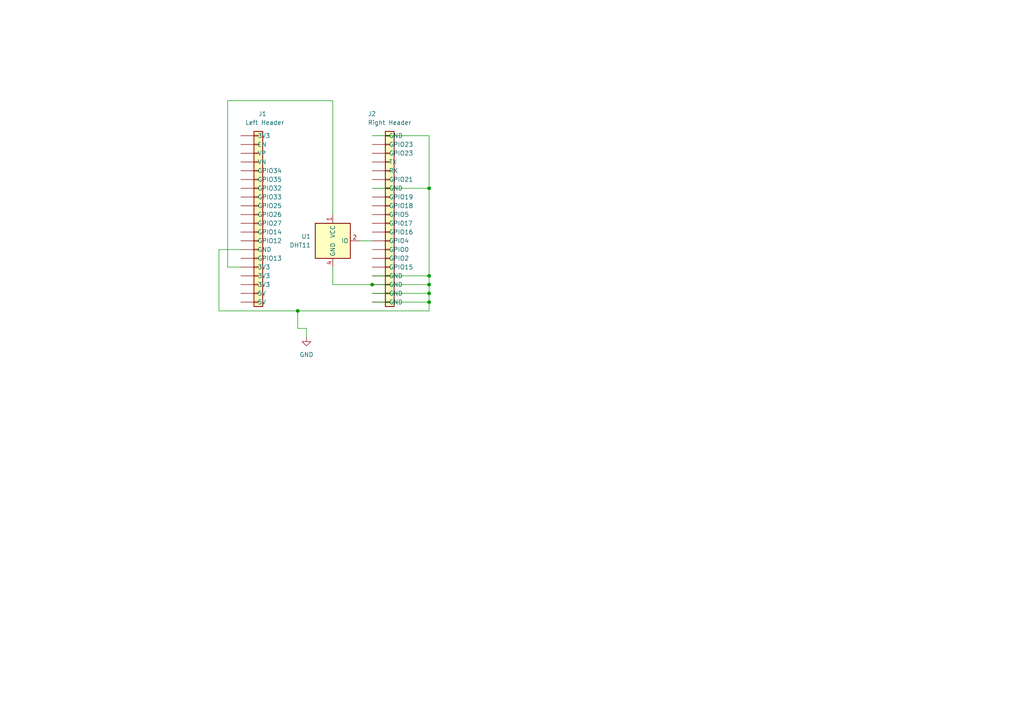
<source format=kicad_sch>
(kicad_sch (version 20230121) (generator eeschema)

  (uuid 3fa0b9ee-ba1b-4cc7-986f-534584f10ee2)

  (paper "A4")

  (lib_symbols
    (symbol "Sensor:DHT11" (in_bom yes) (on_board yes)
      (property "Reference" "U" (at -3.81 6.35 0)
        (effects (font (size 1.27 1.27)))
      )
      (property "Value" "DHT11" (at 3.81 6.35 0)
        (effects (font (size 1.27 1.27)))
      )
      (property "Footprint" "Sensor:Aosong_DHT11_5.5x12.0_P2.54mm" (at 0 -10.16 0)
        (effects (font (size 1.27 1.27)) hide)
      )
      (property "Datasheet" "http://akizukidenshi.com/download/ds/aosong/DHT11.pdf" (at 3.81 6.35 0)
        (effects (font (size 1.27 1.27)) hide)
      )
      (property "ki_keywords" "Digital temperature humidity sensor" (at 0 0 0)
        (effects (font (size 1.27 1.27)) hide)
      )
      (property "ki_description" "Temperature and humidity module" (at 0 0 0)
        (effects (font (size 1.27 1.27)) hide)
      )
      (property "ki_fp_filters" "Aosong*DHT11*5.5x12.0*P2.54mm*" (at 0 0 0)
        (effects (font (size 1.27 1.27)) hide)
      )
      (symbol "DHT11_0_1"
        (rectangle (start -5.08 5.08) (end 5.08 -5.08)
          (stroke (width 0.254) (type default))
          (fill (type background))
        )
      )
      (symbol "DHT11_1_1"
        (pin power_in line (at 0 7.62 270) (length 2.54)
          (name "VCC" (effects (font (size 1.27 1.27))))
          (number "1" (effects (font (size 1.27 1.27))))
        )
        (pin bidirectional line (at 7.62 0 180) (length 2.54)
          (name "IO" (effects (font (size 1.27 1.27))))
          (number "2" (effects (font (size 1.27 1.27))))
        )
        (pin no_connect line (at -5.08 0 0) (length 2.54) hide
          (name "NC" (effects (font (size 1.27 1.27))))
          (number "3" (effects (font (size 1.27 1.27))))
        )
        (pin power_in line (at 0 -7.62 90) (length 2.54)
          (name "GND" (effects (font (size 1.27 1.27))))
          (number "4" (effects (font (size 1.27 1.27))))
        )
      )
    )
    (symbol "freenove_esp32_header:left_header" (pin_numbers hide) (pin_names (offset 1.016)) (in_bom yes) (on_board yes)
      (property "Reference" "J1" (at -3.81 29.21 0)
        (effects (font (size 1.27 1.27)) (justify left))
      )
      (property "Value" "Left Header" (at -3.81 26.67 0)
        (effects (font (size 1.27 1.27)) (justify left))
      )
      (property "Footprint" "Connector_PinHeader_2.54mm:PinHeader_1x20_P2.54mm_Vertical" (at 0 0 0)
        (effects (font (size 1.27 1.27)) hide)
      )
      (property "Datasheet" "~" (at 0 0 0)
        (effects (font (size 1.27 1.27)) hide)
      )
      (property "ki_keywords" "connector" (at 0 0 0)
        (effects (font (size 1.27 1.27)) hide)
      )
      (property "ki_description" "Generic connector, single row, 01x20, script generated (kicad-library-utils/schlib/autogen/connector/)" (at 0 0 0)
        (effects (font (size 1.27 1.27)) hide)
      )
      (property "ki_fp_filters" "Connector*:*_1x??_*" (at 0 0 0)
        (effects (font (size 1.27 1.27)) hide)
      )
      (symbol "left_header_1_1"
        (rectangle (start -1.27 -25.273) (end 0 -25.527)
          (stroke (width 0.1524) (type default))
          (fill (type none))
        )
        (rectangle (start -1.27 -22.733) (end 0 -22.987)
          (stroke (width 0.1524) (type default))
          (fill (type none))
        )
        (rectangle (start -1.27 -20.193) (end 0 -20.447)
          (stroke (width 0.1524) (type default))
          (fill (type none))
        )
        (rectangle (start -1.27 -17.653) (end 0 -17.907)
          (stroke (width 0.1524) (type default))
          (fill (type none))
        )
        (rectangle (start -1.27 -15.113) (end 0 -15.367)
          (stroke (width 0.1524) (type default))
          (fill (type none))
        )
        (rectangle (start -1.27 -12.573) (end 0 -12.827)
          (stroke (width 0.1524) (type default))
          (fill (type none))
        )
        (rectangle (start -1.27 -10.033) (end 0 -10.287)
          (stroke (width 0.1524) (type default))
          (fill (type none))
        )
        (rectangle (start -1.27 -7.493) (end 0 -7.747)
          (stroke (width 0.1524) (type default))
          (fill (type none))
        )
        (rectangle (start -1.27 -4.953) (end 0 -5.207)
          (stroke (width 0.1524) (type default))
          (fill (type none))
        )
        (rectangle (start -1.27 -2.413) (end 0 -2.667)
          (stroke (width 0.1524) (type default))
          (fill (type none))
        )
        (rectangle (start -1.27 0.127) (end 0 -0.127)
          (stroke (width 0.1524) (type default))
          (fill (type none))
        )
        (rectangle (start -1.27 2.667) (end 0 2.413)
          (stroke (width 0.1524) (type default))
          (fill (type none))
        )
        (rectangle (start -1.27 5.207) (end 0 4.953)
          (stroke (width 0.1524) (type default))
          (fill (type none))
        )
        (rectangle (start -1.27 7.747) (end 0 7.493)
          (stroke (width 0.1524) (type default))
          (fill (type none))
        )
        (rectangle (start -1.27 10.287) (end 0 10.033)
          (stroke (width 0.1524) (type default))
          (fill (type none))
        )
        (rectangle (start -1.27 12.827) (end 0 12.573)
          (stroke (width 0.1524) (type default))
          (fill (type none))
        )
        (rectangle (start -1.27 15.367) (end 0 15.113)
          (stroke (width 0.1524) (type default))
          (fill (type none))
        )
        (rectangle (start -1.27 17.907) (end 0 17.653)
          (stroke (width 0.1524) (type default))
          (fill (type none))
        )
        (rectangle (start -1.27 20.447) (end 0 20.193)
          (stroke (width 0.1524) (type default))
          (fill (type none))
        )
        (rectangle (start -1.27 22.987) (end 0 22.733)
          (stroke (width 0.1524) (type default))
          (fill (type none))
        )
        (rectangle (start -1.27 24.13) (end 1.27 -26.67)
          (stroke (width 0.254) (type default))
          (fill (type background))
        )
        (pin passive line (at -5.08 22.86 0) (length 3.81)
          (name "3V3" (effects (font (size 1.27 1.27))))
          (number "1" (effects (font (size 1.27 1.27))))
        )
        (pin passive line (at -5.08 0 0) (length 3.81)
          (name "GPIO26" (effects (font (size 1.27 1.27))))
          (number "10" (effects (font (size 1.27 1.27))))
        )
        (pin passive line (at -5.08 -2.54 0) (length 3.81)
          (name "GPIO27" (effects (font (size 1.27 1.27))))
          (number "11" (effects (font (size 1.27 1.27))))
        )
        (pin passive line (at -5.08 -5.08 0) (length 3.81)
          (name "GPIO14" (effects (font (size 1.27 1.27))))
          (number "12" (effects (font (size 1.27 1.27))))
        )
        (pin passive line (at -5.08 -7.62 0) (length 3.81)
          (name "GPIO12" (effects (font (size 1.27 1.27))))
          (number "13" (effects (font (size 1.27 1.27))))
        )
        (pin passive line (at -5.08 -10.16 0) (length 3.81)
          (name "GND" (effects (font (size 1.27 1.27))))
          (number "14" (effects (font (size 1.27 1.27))))
        )
        (pin passive line (at -5.08 -12.7 0) (length 3.81)
          (name "GPIO13" (effects (font (size 1.27 1.27))))
          (number "15" (effects (font (size 1.27 1.27))))
        )
        (pin passive line (at -5.08 -15.24 0) (length 3.81)
          (name "3V3" (effects (font (size 1.27 1.27))))
          (number "16" (effects (font (size 1.27 1.27))))
        )
        (pin passive line (at -5.08 -17.78 0) (length 3.81)
          (name "3V3" (effects (font (size 1.27 1.27))))
          (number "17" (effects (font (size 1.27 1.27))))
        )
        (pin passive line (at -5.08 -20.32 0) (length 3.81)
          (name "3V3" (effects (font (size 1.27 1.27))))
          (number "18" (effects (font (size 1.27 1.27))))
        )
        (pin passive line (at -5.08 -22.86 0) (length 3.81)
          (name "5V" (effects (font (size 1.27 1.27))))
          (number "19" (effects (font (size 1.27 1.27))))
        )
        (pin passive line (at -5.08 20.32 0) (length 3.81)
          (name "EN" (effects (font (size 1.27 1.27))))
          (number "2" (effects (font (size 1.27 1.27))))
        )
        (pin passive line (at -5.08 -25.4 0) (length 3.81)
          (name "5V" (effects (font (size 1.27 1.27))))
          (number "20" (effects (font (size 1.27 1.27))))
        )
        (pin passive line (at -5.08 17.78 0) (length 3.81)
          (name "VP" (effects (font (size 1.27 1.27))))
          (number "3" (effects (font (size 1.27 1.27))))
        )
        (pin passive line (at -5.08 15.24 0) (length 3.81)
          (name "VN" (effects (font (size 1.27 1.27))))
          (number "4" (effects (font (size 1.27 1.27))))
        )
        (pin passive line (at -5.08 12.7 0) (length 3.81)
          (name "GPIO34" (effects (font (size 1.27 1.27))))
          (number "5" (effects (font (size 1.27 1.27))))
        )
        (pin passive line (at -5.08 10.16 0) (length 3.81)
          (name "GPIO35" (effects (font (size 1.27 1.27))))
          (number "6" (effects (font (size 1.27 1.27))))
        )
        (pin passive line (at -5.08 7.62 0) (length 3.81)
          (name "GPIO32" (effects (font (size 1.27 1.27))))
          (number "7" (effects (font (size 1.27 1.27))))
        )
        (pin passive line (at -5.08 5.08 0) (length 3.81)
          (name "GPIO33" (effects (font (size 1.27 1.27))))
          (number "8" (effects (font (size 1.27 1.27))))
        )
        (pin passive line (at -5.08 2.54 0) (length 3.81)
          (name "GPIO25" (effects (font (size 1.27 1.27))))
          (number "9" (effects (font (size 1.27 1.27))))
        )
      )
    )
    (symbol "freenove_esp32_header:right_header" (pin_numbers hide) (pin_names (offset 1.016)) (in_bom yes) (on_board yes)
      (property "Reference" "J2" (at -6.35 29.21 0)
        (effects (font (size 1.27 1.27)) (justify left))
      )
      (property "Value" "Right Header" (at -6.35 26.67 0)
        (effects (font (size 1.27 1.27)) (justify left))
      )
      (property "Footprint" "Connector_PinHeader_2.54mm:PinHeader_1x20_P2.54mm_Vertical" (at 0 0 0)
        (effects (font (size 1.27 1.27)) hide)
      )
      (property "Datasheet" "~" (at 0 0 0)
        (effects (font (size 1.27 1.27)) hide)
      )
      (property "ki_keywords" "connector" (at 0 0 0)
        (effects (font (size 1.27 1.27)) hide)
      )
      (property "ki_description" "Generic connector, single row, 01x20, script generated (kicad-library-utils/schlib/autogen/connector/)" (at 0 0 0)
        (effects (font (size 1.27 1.27)) hide)
      )
      (property "ki_fp_filters" "Connector*:*_1x??_*" (at 0 0 0)
        (effects (font (size 1.27 1.27)) hide)
      )
      (symbol "right_header_1_1"
        (rectangle (start -1.27 -25.273) (end 0 -25.527)
          (stroke (width 0.1524) (type default))
          (fill (type none))
        )
        (rectangle (start -1.27 -22.733) (end 0 -22.987)
          (stroke (width 0.1524) (type default))
          (fill (type none))
        )
        (rectangle (start -1.27 -20.193) (end 0 -20.447)
          (stroke (width 0.1524) (type default))
          (fill (type none))
        )
        (rectangle (start -1.27 -17.653) (end 0 -17.907)
          (stroke (width 0.1524) (type default))
          (fill (type none))
        )
        (rectangle (start -1.27 -15.113) (end 0 -15.367)
          (stroke (width 0.1524) (type default))
          (fill (type none))
        )
        (rectangle (start -1.27 -12.573) (end 0 -12.827)
          (stroke (width 0.1524) (type default))
          (fill (type none))
        )
        (rectangle (start -1.27 -10.033) (end 0 -10.287)
          (stroke (width 0.1524) (type default))
          (fill (type none))
        )
        (rectangle (start -1.27 -7.493) (end 0 -7.747)
          (stroke (width 0.1524) (type default))
          (fill (type none))
        )
        (rectangle (start -1.27 -4.953) (end 0 -5.207)
          (stroke (width 0.1524) (type default))
          (fill (type none))
        )
        (rectangle (start -1.27 -2.413) (end 0 -2.667)
          (stroke (width 0.1524) (type default))
          (fill (type none))
        )
        (rectangle (start -1.27 0.127) (end 0 -0.127)
          (stroke (width 0.1524) (type default))
          (fill (type none))
        )
        (rectangle (start -1.27 2.667) (end 0 2.413)
          (stroke (width 0.1524) (type default))
          (fill (type none))
        )
        (rectangle (start -1.27 5.207) (end 0 4.953)
          (stroke (width 0.1524) (type default))
          (fill (type none))
        )
        (rectangle (start -1.27 7.747) (end 0 7.493)
          (stroke (width 0.1524) (type default))
          (fill (type none))
        )
        (rectangle (start -1.27 10.287) (end 0 10.033)
          (stroke (width 0.1524) (type default))
          (fill (type none))
        )
        (rectangle (start -1.27 12.827) (end 0 12.573)
          (stroke (width 0.1524) (type default))
          (fill (type none))
        )
        (rectangle (start -1.27 15.367) (end 0 15.113)
          (stroke (width 0.1524) (type default))
          (fill (type none))
        )
        (rectangle (start -1.27 17.907) (end 0 17.653)
          (stroke (width 0.1524) (type default))
          (fill (type none))
        )
        (rectangle (start -1.27 20.447) (end 0 20.193)
          (stroke (width 0.1524) (type default))
          (fill (type none))
        )
        (rectangle (start -1.27 22.987) (end 0 22.733)
          (stroke (width 0.1524) (type default))
          (fill (type none))
        )
        (rectangle (start -1.27 24.13) (end 1.27 -26.67)
          (stroke (width 0.254) (type default))
          (fill (type background))
        )
        (pin passive line (at -5.08 22.86 0) (length 3.81)
          (name "GND" (effects (font (size 1.27 1.27))))
          (number "1" (effects (font (size 1.27 1.27))))
        )
        (pin passive line (at -5.08 0 0) (length 3.81)
          (name "GPIO5" (effects (font (size 1.27 1.27))))
          (number "10" (effects (font (size 1.27 1.27))))
        )
        (pin passive line (at -5.08 -2.54 0) (length 3.81)
          (name "GPI017" (effects (font (size 1.27 1.27))))
          (number "11" (effects (font (size 1.27 1.27))))
        )
        (pin passive line (at -5.08 -5.08 0) (length 3.81)
          (name "GPIO16" (effects (font (size 1.27 1.27))))
          (number "12" (effects (font (size 1.27 1.27))))
        )
        (pin passive line (at -5.08 -7.62 0) (length 3.81)
          (name "GPIO4" (effects (font (size 1.27 1.27))))
          (number "13" (effects (font (size 1.27 1.27))))
        )
        (pin passive line (at -5.08 -10.16 0) (length 3.81)
          (name "GPIO0" (effects (font (size 1.27 1.27))))
          (number "14" (effects (font (size 1.27 1.27))))
        )
        (pin passive line (at -5.08 -12.7 0) (length 3.81)
          (name "GPIO2" (effects (font (size 1.27 1.27))))
          (number "15" (effects (font (size 1.27 1.27))))
        )
        (pin passive line (at -5.08 -15.24 0) (length 3.81)
          (name "GPIO15" (effects (font (size 1.27 1.27))))
          (number "16" (effects (font (size 1.27 1.27))))
        )
        (pin passive line (at -5.08 -17.78 0) (length 3.81)
          (name "GND" (effects (font (size 1.27 1.27))))
          (number "17" (effects (font (size 1.27 1.27))))
        )
        (pin passive line (at -5.08 -20.32 0) (length 3.81)
          (name "GND" (effects (font (size 1.27 1.27))))
          (number "18" (effects (font (size 1.27 1.27))))
        )
        (pin passive line (at -5.08 -22.86 0) (length 3.81)
          (name "GND" (effects (font (size 1.27 1.27))))
          (number "19" (effects (font (size 1.27 1.27))))
        )
        (pin passive line (at -5.08 20.32 0) (length 3.81)
          (name "GPIO23" (effects (font (size 1.27 1.27))))
          (number "2" (effects (font (size 1.27 1.27))))
        )
        (pin passive line (at -5.08 -25.4 0) (length 3.81)
          (name "GND" (effects (font (size 1.27 1.27))))
          (number "20" (effects (font (size 1.27 1.27))))
        )
        (pin passive line (at -5.08 17.78 0) (length 3.81)
          (name "GPIO23" (effects (font (size 1.27 1.27))))
          (number "3" (effects (font (size 1.27 1.27))))
        )
        (pin passive line (at -5.08 15.24 0) (length 3.81)
          (name "TX" (effects (font (size 1.27 1.27))))
          (number "4" (effects (font (size 1.27 1.27))))
        )
        (pin passive line (at -5.08 12.7 0) (length 3.81)
          (name "RX" (effects (font (size 1.27 1.27))))
          (number "5" (effects (font (size 1.27 1.27))))
        )
        (pin passive line (at -5.08 10.16 0) (length 3.81)
          (name "GPIO21" (effects (font (size 1.27 1.27))))
          (number "6" (effects (font (size 1.27 1.27))))
        )
        (pin passive line (at -5.08 7.62 0) (length 3.81)
          (name "GND" (effects (font (size 1.27 1.27))))
          (number "7" (effects (font (size 1.27 1.27))))
        )
        (pin passive line (at -5.08 5.08 0) (length 3.81)
          (name "GPIO19" (effects (font (size 1.27 1.27))))
          (number "8" (effects (font (size 1.27 1.27))))
        )
        (pin passive line (at -5.08 2.54 0) (length 3.81)
          (name "GPIO18" (effects (font (size 1.27 1.27))))
          (number "9" (effects (font (size 1.27 1.27))))
        )
      )
    )
    (symbol "power:GND" (power) (pin_names (offset 0)) (in_bom yes) (on_board yes)
      (property "Reference" "#PWR" (at 0 -6.35 0)
        (effects (font (size 1.27 1.27)) hide)
      )
      (property "Value" "GND" (at 0 -3.81 0)
        (effects (font (size 1.27 1.27)))
      )
      (property "Footprint" "" (at 0 0 0)
        (effects (font (size 1.27 1.27)) hide)
      )
      (property "Datasheet" "" (at 0 0 0)
        (effects (font (size 1.27 1.27)) hide)
      )
      (property "ki_keywords" "global power" (at 0 0 0)
        (effects (font (size 1.27 1.27)) hide)
      )
      (property "ki_description" "Power symbol creates a global label with name \"GND\" , ground" (at 0 0 0)
        (effects (font (size 1.27 1.27)) hide)
      )
      (symbol "GND_0_1"
        (polyline
          (pts
            (xy 0 0)
            (xy 0 -1.27)
            (xy 1.27 -1.27)
            (xy 0 -2.54)
            (xy -1.27 -1.27)
            (xy 0 -1.27)
          )
          (stroke (width 0) (type default))
          (fill (type none))
        )
      )
      (symbol "GND_1_1"
        (pin power_in line (at 0 0 270) (length 0) hide
          (name "GND" (effects (font (size 1.27 1.27))))
          (number "1" (effects (font (size 1.27 1.27))))
        )
      )
    )
  )

  (junction (at 86.36 90.17) (diameter 0) (color 0 0 0 0)
    (uuid 19038a0f-a357-4a9b-9b15-db0173ebb376)
  )
  (junction (at 124.46 85.09) (diameter 0) (color 0 0 0 0)
    (uuid 20c57593-76a1-44b9-9422-89183e26a4fe)
  )
  (junction (at 124.46 87.63) (diameter 0) (color 0 0 0 0)
    (uuid 2c97ad68-6008-4ec6-b68e-c51e1c010210)
  )
  (junction (at 124.46 54.61) (diameter 0) (color 0 0 0 0)
    (uuid 5663cd6c-39f8-49dd-962a-f45a1226f30d)
  )
  (junction (at 124.46 82.55) (diameter 0) (color 0 0 0 0)
    (uuid a60361c7-63f1-4a41-abf5-8533d323cbd9)
  )
  (junction (at 124.46 80.01) (diameter 0) (color 0 0 0 0)
    (uuid b16b21fb-c588-4ec7-8ecc-11fbed6d6f6f)
  )
  (junction (at 107.95 82.55) (diameter 0) (color 0 0 0 0)
    (uuid da130501-7a5e-4650-8e9d-09ded04fac0f)
  )

  (wire (pts (xy 124.46 85.09) (xy 124.46 87.63))
    (stroke (width 0) (type default))
    (uuid 02b74f0a-6bda-485d-9a38-9a70ba987cde)
  )
  (wire (pts (xy 124.46 82.55) (xy 124.46 80.01))
    (stroke (width 0) (type default))
    (uuid 09adc98a-2424-4aff-acc6-4f85e3643e60)
  )
  (wire (pts (xy 124.46 85.09) (xy 107.95 85.09))
    (stroke (width 0) (type default))
    (uuid 2cfe0e3e-736a-4c4a-b6dd-66f5184c8605)
  )
  (wire (pts (xy 88.9 97.79) (xy 88.9 95.25))
    (stroke (width 0) (type default))
    (uuid 323b12ed-3752-4fab-9924-7cdb86e55e1f)
  )
  (wire (pts (xy 124.46 87.63) (xy 124.46 90.17))
    (stroke (width 0) (type default))
    (uuid 41ac8741-f86a-4627-b962-ff5a6e7b472f)
  )
  (wire (pts (xy 124.46 80.01) (xy 107.95 80.01))
    (stroke (width 0) (type default))
    (uuid 47c7a347-059c-4050-bf4a-4235ce4c33d0)
  )
  (wire (pts (xy 86.36 95.25) (xy 88.9 95.25))
    (stroke (width 0) (type default))
    (uuid 5072ec49-b1d0-4afb-afea-6a503b71ce7a)
  )
  (wire (pts (xy 66.04 77.47) (xy 69.85 77.47))
    (stroke (width 0) (type default))
    (uuid 52dc3ec6-4301-401c-921a-aaa15ee858f8)
  )
  (wire (pts (xy 124.46 39.37) (xy 107.95 39.37))
    (stroke (width 0) (type default))
    (uuid 55b0fe4f-9253-4a4c-aa92-8ae56cbfcebd)
  )
  (wire (pts (xy 63.5 72.39) (xy 69.85 72.39))
    (stroke (width 0) (type default))
    (uuid 59d2d0c9-7d0b-4dae-89f3-fec99e038338)
  )
  (wire (pts (xy 96.52 77.47) (xy 96.52 82.55))
    (stroke (width 0) (type default))
    (uuid 60b7ddcc-4ca7-44d6-a8e8-356eae37b56f)
  )
  (wire (pts (xy 66.04 29.21) (xy 66.04 77.47))
    (stroke (width 0) (type default))
    (uuid 6c7d8418-cc00-417c-90f9-c1defdf0165a)
  )
  (wire (pts (xy 124.46 90.17) (xy 86.36 90.17))
    (stroke (width 0) (type default))
    (uuid 75f121ed-9abf-4aed-af20-9988abebb8cb)
  )
  (wire (pts (xy 96.52 62.23) (xy 96.52 29.21))
    (stroke (width 0) (type default))
    (uuid 7bc437e3-7692-435e-b0ac-540def7b87a8)
  )
  (wire (pts (xy 96.52 82.55) (xy 107.95 82.55))
    (stroke (width 0) (type default))
    (uuid 7f0070f8-9e70-4b6a-8b42-ac15b387e0ae)
  )
  (wire (pts (xy 63.5 90.17) (xy 63.5 72.39))
    (stroke (width 0) (type default))
    (uuid 88baa797-8d89-4439-9418-47027b3b03bb)
  )
  (wire (pts (xy 86.36 95.25) (xy 86.36 90.17))
    (stroke (width 0) (type default))
    (uuid 8b845026-6d00-46e1-a1a7-d6b8c28f3c2f)
  )
  (wire (pts (xy 124.46 82.55) (xy 107.95 82.55))
    (stroke (width 0) (type default))
    (uuid 95b1279c-7919-4bf0-81b8-a3d6ab3bdc9f)
  )
  (wire (pts (xy 104.14 69.85) (xy 107.95 69.85))
    (stroke (width 0) (type default))
    (uuid 987d7b96-d3e3-4177-bbdc-1671a6398681)
  )
  (wire (pts (xy 63.5 90.17) (xy 86.36 90.17))
    (stroke (width 0) (type default))
    (uuid b0fff6f0-378c-45b5-991d-cf96b1b2ea4f)
  )
  (wire (pts (xy 96.52 29.21) (xy 66.04 29.21))
    (stroke (width 0) (type default))
    (uuid c0afcb41-c382-4f7c-8db7-660cf4168bda)
  )
  (wire (pts (xy 124.46 39.37) (xy 124.46 54.61))
    (stroke (width 0) (type default))
    (uuid c354738b-ec1b-49f5-82bd-1550c5ec3fed)
  )
  (wire (pts (xy 124.46 87.63) (xy 107.95 87.63))
    (stroke (width 0) (type default))
    (uuid cbf9075c-0b44-4484-a271-dcac98becd5c)
  )
  (wire (pts (xy 124.46 54.61) (xy 124.46 80.01))
    (stroke (width 0) (type default))
    (uuid ce40c819-ded7-4a09-8828-43911483ad2e)
  )
  (wire (pts (xy 124.46 82.55) (xy 124.46 85.09))
    (stroke (width 0) (type default))
    (uuid dbf065ec-8dd8-4649-a557-52b3d70cfe56)
  )
  (wire (pts (xy 124.46 54.61) (xy 107.95 54.61))
    (stroke (width 0) (type default))
    (uuid dc33a95a-10b4-4e4c-bb3f-698664f35b30)
  )

  (symbol (lib_id "Sensor:DHT11") (at 96.52 69.85 0) (unit 1)
    (in_bom yes) (on_board yes) (dnp no) (fields_autoplaced)
    (uuid 0f242122-e61b-4bb3-8e6e-3e7174891e64)
    (property "Reference" "U1" (at 90.17 68.58 0)
      (effects (font (size 1.27 1.27)) (justify right))
    )
    (property "Value" "DHT11" (at 90.17 71.12 0)
      (effects (font (size 1.27 1.27)) (justify right))
    )
    (property "Footprint" "Sensor:Aosong_DHT11_5.5x12.0_P2.54mm" (at 96.52 80.01 0)
      (effects (font (size 1.27 1.27)) hide)
    )
    (property "Datasheet" "http://akizukidenshi.com/download/ds/aosong/DHT11.pdf" (at 100.33 63.5 0)
      (effects (font (size 1.27 1.27)) hide)
    )
    (pin "1" (uuid 868182b0-a430-47a6-8ffc-f0f863375f8a))
    (pin "2" (uuid 8dc6bd4a-e59b-42a3-a89a-4c48ed77b6f8))
    (pin "3" (uuid 0a6e0d48-3f38-43df-a4fc-71f36d5c0d84))
    (pin "4" (uuid 36795dd1-d3d9-448b-96d4-323ce82699e2))
    (instances
      (project "iot_temperature_sensor"
        (path "/3fa0b9ee-ba1b-4cc7-986f-534584f10ee2"
          (reference "U1") (unit 1)
        )
      )
    )
  )

  (symbol (lib_id "freenove_esp32_header:right_header") (at 113.03 62.23 0) (unit 1)
    (in_bom yes) (on_board yes) (dnp no)
    (uuid 633b0c14-c9f7-40b0-bbbe-652f6a882633)
    (property "Reference" "J2" (at 106.68 33.02 0)
      (effects (font (size 1.27 1.27)) (justify left))
    )
    (property "Value" "Right Header" (at 106.68 35.56 0)
      (effects (font (size 1.27 1.27)) (justify left))
    )
    (property "Footprint" "Connector_PinHeader_2.54mm:PinHeader_1x20_P2.54mm_Vertical" (at 113.03 62.23 0)
      (effects (font (size 1.27 1.27)) hide)
    )
    (property "Datasheet" "~" (at 113.03 62.23 0)
      (effects (font (size 1.27 1.27)) hide)
    )
    (pin "1" (uuid 01bd0eae-38f6-4130-ba4a-2bbe270dfb8c))
    (pin "10" (uuid b5e8d174-ef08-409c-8eb9-567580a47184))
    (pin "11" (uuid 72ee2ffa-7e8c-49d3-9abb-a3f9d4acf3a5))
    (pin "12" (uuid bc87339c-49ed-4ce4-a9bb-ef8da74a703b))
    (pin "13" (uuid 1c023fdd-8108-424e-8606-f215f51e115f))
    (pin "14" (uuid 249f6841-8de3-4945-8351-64922d883c72))
    (pin "15" (uuid 9bb9e87c-69ff-4936-aff3-8e7498f263f5))
    (pin "16" (uuid 83170012-fe9c-4503-9a13-e8fe4335e1c7))
    (pin "17" (uuid 18136cb9-0166-4e3e-b8de-a3b89905baa4))
    (pin "18" (uuid 266d5021-a720-47f1-bdcf-4b4e2f5de485))
    (pin "19" (uuid 18f4ca45-5e03-4da3-8c49-3ea87ce6aca5))
    (pin "2" (uuid a4b3f5a7-67f6-498f-a5a4-c6c7df38e64e))
    (pin "20" (uuid 1d8890cc-f4fd-4793-8949-b4d32fd76b26))
    (pin "3" (uuid 1e035a45-9163-414a-84c0-527d99a609be))
    (pin "4" (uuid b2e719d5-b26a-4a1f-b09e-e59956d0502b))
    (pin "5" (uuid e43a400e-ba53-4fac-abac-e7f7f1605089))
    (pin "6" (uuid 7384be58-e451-4d1a-a97a-2f34689ce652))
    (pin "7" (uuid a540e987-25d4-4399-aa96-b4ff2e5eb4a4))
    (pin "8" (uuid a19efbfd-dd85-4956-bce8-841b4d176a27))
    (pin "9" (uuid bd45fd78-e306-4fd7-a8db-74eee6d2f866))
    (instances
      (project "iot_temperature_sensor"
        (path "/3fa0b9ee-ba1b-4cc7-986f-534584f10ee2"
          (reference "J2") (unit 1)
        )
      )
    )
  )

  (symbol (lib_id "freenove_esp32_header:left_header") (at 74.93 62.23 0) (unit 1)
    (in_bom yes) (on_board yes) (dnp no)
    (uuid 7bf36036-6e59-422a-84cd-90e3263a90f3)
    (property "Reference" "J1" (at 74.93 33.02 0)
      (effects (font (size 1.27 1.27)) (justify left))
    )
    (property "Value" "Left Header" (at 71.12 35.56 0)
      (effects (font (size 1.27 1.27)) (justify left))
    )
    (property "Footprint" "Connector_PinHeader_2.54mm:PinHeader_1x20_P2.54mm_Vertical" (at 74.93 62.23 0)
      (effects (font (size 1.27 1.27)) hide)
    )
    (property "Datasheet" "~" (at 74.93 62.23 0)
      (effects (font (size 1.27 1.27)) hide)
    )
    (pin "1" (uuid 86089171-096d-4271-b814-716cafac88c8))
    (pin "10" (uuid f8a2e9f9-381e-40d4-83b2-99f725177abd))
    (pin "11" (uuid f11353f2-3b0a-4f24-be32-0bb221818bf3))
    (pin "12" (uuid c4e9d660-5153-4567-8495-0f444cb0845c))
    (pin "13" (uuid 16fb7104-910c-4280-b803-766f763ec70b))
    (pin "14" (uuid 2e2a9fee-17bc-40fe-808e-289de6b21124))
    (pin "15" (uuid f88546be-9c62-4874-b68e-2568add527ed))
    (pin "16" (uuid a04f4b05-ac05-4176-9b6c-24e97d989050))
    (pin "17" (uuid 1ab36158-104c-49a1-9e54-edb130150fbf))
    (pin "18" (uuid 2bdcdb65-31f6-44b1-a97e-0b085ba851c4))
    (pin "19" (uuid 0e95c83c-423c-4886-a132-f07155e7f12f))
    (pin "2" (uuid e4f3d2b0-c359-4807-9af3-6a7aa1a3428e))
    (pin "20" (uuid fb03f5fe-a1ca-47fa-bb7a-8600cc541031))
    (pin "3" (uuid 33601319-ff7f-4668-a93a-782b75eb1a6e))
    (pin "4" (uuid 123e1e72-b5c4-461a-86e4-677bc6224c36))
    (pin "5" (uuid c2eaa703-6709-4d0a-a2ea-7adfba02141c))
    (pin "6" (uuid cbdcd239-8e9b-42fe-8726-a169e44928ae))
    (pin "7" (uuid 4524b510-d145-4c07-800f-dcd15e1cb123))
    (pin "8" (uuid 21e63e0c-4be9-4fc2-90fc-823fbffca92e))
    (pin "9" (uuid 4faa6c33-f27d-4758-a559-515919cd8d8e))
    (instances
      (project "iot_temperature_sensor"
        (path "/3fa0b9ee-ba1b-4cc7-986f-534584f10ee2"
          (reference "J1") (unit 1)
        )
      )
    )
  )

  (symbol (lib_id "power:GND") (at 88.9 97.79 0) (unit 1)
    (in_bom yes) (on_board yes) (dnp no) (fields_autoplaced)
    (uuid f7fc3099-f900-4413-9e5a-4878fcd27b41)
    (property "Reference" "#PWR01" (at 88.9 104.14 0)
      (effects (font (size 1.27 1.27)) hide)
    )
    (property "Value" "GND" (at 88.9 102.87 0)
      (effects (font (size 1.27 1.27)))
    )
    (property "Footprint" "" (at 88.9 97.79 0)
      (effects (font (size 1.27 1.27)) hide)
    )
    (property "Datasheet" "" (at 88.9 97.79 0)
      (effects (font (size 1.27 1.27)) hide)
    )
    (pin "1" (uuid 10b7e7ca-76f2-465d-b244-a30a3bcaf8c1))
    (instances
      (project "iot_temperature_sensor"
        (path "/3fa0b9ee-ba1b-4cc7-986f-534584f10ee2"
          (reference "#PWR01") (unit 1)
        )
      )
    )
  )

  (sheet_instances
    (path "/" (page "1"))
  )
)

</source>
